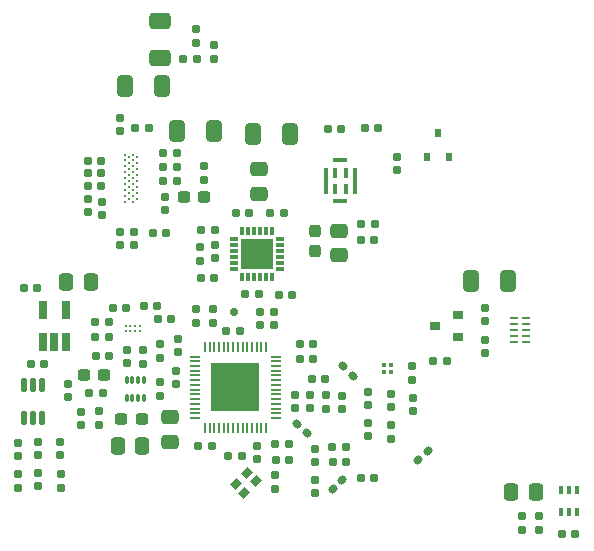
<source format=gtp>
G04 #@! TF.GenerationSoftware,KiCad,Pcbnew,7.0.1*
G04 #@! TF.CreationDate,2023-10-11T20:36:53-05:00*
G04 #@! TF.ProjectId,Main_Board,4d61696e-5f42-46f6-9172-642e6b696361,1*
G04 #@! TF.SameCoordinates,Original*
G04 #@! TF.FileFunction,Paste,Top*
G04 #@! TF.FilePolarity,Positive*
%FSLAX46Y46*%
G04 Gerber Fmt 4.6, Leading zero omitted, Abs format (unit mm)*
G04 Created by KiCad (PCBNEW 7.0.1) date 2023-10-11 20:36:53*
%MOMM*%
%LPD*%
G01*
G04 APERTURE LIST*
G04 Aperture macros list*
%AMRoundRect*
0 Rectangle with rounded corners*
0 $1 Rounding radius*
0 $2 $3 $4 $5 $6 $7 $8 $9 X,Y pos of 4 corners*
0 Add a 4 corners polygon primitive as box body*
4,1,4,$2,$3,$4,$5,$6,$7,$8,$9,$2,$3,0*
0 Add four circle primitives for the rounded corners*
1,1,$1+$1,$2,$3*
1,1,$1+$1,$4,$5*
1,1,$1+$1,$6,$7*
1,1,$1+$1,$8,$9*
0 Add four rect primitives between the rounded corners*
20,1,$1+$1,$2,$3,$4,$5,0*
20,1,$1+$1,$4,$5,$6,$7,0*
20,1,$1+$1,$6,$7,$8,$9,0*
20,1,$1+$1,$8,$9,$2,$3,0*%
%AMRotRect*
0 Rectangle, with rotation*
0 The origin of the aperture is its center*
0 $1 length*
0 $2 width*
0 $3 Rotation angle, in degrees counterclockwise*
0 Add horizontal line*
21,1,$1,$2,0,0,$3*%
G04 Aperture macros list end*
%ADD10RoundRect,0.155000X0.212500X0.155000X-0.212500X0.155000X-0.212500X-0.155000X0.212500X-0.155000X0*%
%ADD11RoundRect,0.155000X-0.155000X0.212500X-0.155000X-0.212500X0.155000X-0.212500X0.155000X0.212500X0*%
%ADD12RoundRect,0.155000X0.259862X-0.040659X-0.040659X0.259862X-0.259862X0.040659X0.040659X-0.259862X0*%
%ADD13RoundRect,0.155000X-0.212500X-0.155000X0.212500X-0.155000X0.212500X0.155000X-0.212500X0.155000X0*%
%ADD14RoundRect,0.155000X0.155000X-0.212500X0.155000X0.212500X-0.155000X0.212500X-0.155000X-0.212500X0*%
%ADD15RoundRect,0.237500X0.237500X-0.300000X0.237500X0.300000X-0.237500X0.300000X-0.237500X-0.300000X0*%
%ADD16RoundRect,0.112500X0.112500X-0.487500X0.112500X0.487500X-0.112500X0.487500X-0.112500X-0.487500X0*%
%ADD17RoundRect,0.250000X-0.412500X-0.650000X0.412500X-0.650000X0.412500X0.650000X-0.412500X0.650000X0*%
%ADD18C,0.270000*%
%ADD19RoundRect,0.237500X-0.300000X-0.237500X0.300000X-0.237500X0.300000X0.237500X-0.300000X0.237500X0*%
%ADD20RoundRect,0.250000X0.650000X-0.412500X0.650000X0.412500X-0.650000X0.412500X-0.650000X-0.412500X0*%
%ADD21R,0.300000X0.650000*%
%ADD22RoundRect,0.250000X0.475000X-0.337500X0.475000X0.337500X-0.475000X0.337500X-0.475000X-0.337500X0*%
%ADD23RotRect,0.750000X0.700000X225.000000*%
%ADD24RoundRect,0.250000X0.337500X0.475000X-0.337500X0.475000X-0.337500X-0.475000X0.337500X-0.475000X0*%
%ADD25R,0.400000X0.400000*%
%ADD26R,0.650000X1.560000*%
%ADD27RoundRect,0.150000X-0.150000X-0.150000X0.150000X-0.150000X0.150000X0.150000X-0.150000X0.150000X0*%
%ADD28RoundRect,0.250000X-0.475000X0.337500X-0.475000X-0.337500X0.475000X-0.337500X0.475000X0.337500X0*%
%ADD29RoundRect,0.237500X0.300000X0.237500X-0.300000X0.237500X-0.300000X-0.237500X0.300000X-0.237500X0*%
%ADD30R,0.725000X0.250000*%
%ADD31R,0.775000X0.250000*%
%ADD32RoundRect,0.250000X0.412500X0.650000X-0.412500X0.650000X-0.412500X-0.650000X0.412500X-0.650000X0*%
%ADD33C,0.230000*%
%ADD34RoundRect,0.155000X0.040659X0.259862X-0.259862X-0.040659X-0.040659X-0.259862X0.259862X0.040659X0*%
%ADD35RoundRect,0.050000X0.100000X-0.285000X0.100000X0.285000X-0.100000X0.285000X-0.100000X-0.285000X0*%
%ADD36R,0.800000X0.300000*%
%ADD37R,0.300000X0.800000*%
%ADD38R,2.750000X2.650000*%
%ADD39R,0.900000X0.800000*%
%ADD40R,0.850000X0.200000*%
%ADD41R,0.200000X0.850000*%
%ADD42R,4.050000X4.050000*%
%ADD43RoundRect,0.250000X-0.337500X-0.475000X0.337500X-0.475000X0.337500X0.475000X-0.337500X0.475000X0*%
%ADD44R,0.400000X0.950000*%
%ADD45R,0.350000X2.300000*%
%ADD46R,1.300000X0.350000*%
%ADD47R,0.600000X0.700000*%
G04 APERTURE END LIST*
D10*
X199881822Y-33423787D03*
X198746822Y-33423787D03*
D11*
X202236822Y-33363787D03*
X202236822Y-34498787D03*
D12*
X210882422Y-55967787D03*
X210079856Y-55165221D03*
D10*
X208941822Y-37313787D03*
X207806822Y-37313787D03*
X199434322Y-46315787D03*
X198299322Y-46315787D03*
D13*
X198756822Y-32243787D03*
X199891822Y-32243787D03*
D14*
X198516822Y-49551287D03*
X198516822Y-48416287D03*
D10*
X214221822Y-58413787D03*
X213086822Y-58413787D03*
D15*
X211587822Y-40529387D03*
X211587822Y-38804387D03*
D14*
X190046822Y-57793787D03*
X190046822Y-56658787D03*
D10*
X211424922Y-48369987D03*
X210289922Y-48369987D03*
X199881822Y-34563787D03*
X198746822Y-34563787D03*
D16*
X186926822Y-54683787D03*
X187726822Y-54683787D03*
X188526822Y-54683787D03*
X188526822Y-51883787D03*
X187726822Y-51883787D03*
X186926822Y-51883787D03*
D13*
X192381822Y-32933787D03*
X193516822Y-32933787D03*
D17*
X199896822Y-30373787D03*
X203021822Y-30373787D03*
D14*
X201546822Y-22893787D03*
X201546822Y-21758787D03*
D18*
X195536822Y-36353787D03*
X195536822Y-35853787D03*
X195536822Y-35353787D03*
X195536822Y-34853787D03*
X195536822Y-34353787D03*
X195536822Y-33853787D03*
X195536822Y-33353787D03*
X195536822Y-32853787D03*
X195536822Y-32353787D03*
X195876822Y-36103787D03*
X195876822Y-35603787D03*
X195876822Y-35103787D03*
X195876822Y-34603787D03*
X195876822Y-34103787D03*
X195876822Y-33603787D03*
X195876822Y-33103787D03*
X195876822Y-32603787D03*
X196216822Y-36353787D03*
X196216822Y-35853787D03*
X196216822Y-35353787D03*
X196216822Y-34853787D03*
X196216822Y-34353787D03*
X196216822Y-33853787D03*
X196216822Y-33353787D03*
X196216822Y-32853787D03*
X196216822Y-32353787D03*
X196556822Y-36103787D03*
X196556822Y-35603787D03*
X196556822Y-35103787D03*
X196556822Y-34603787D03*
X196556822Y-34103787D03*
X196556822Y-33603787D03*
X196556822Y-33103787D03*
X196556822Y-32603787D03*
D13*
X192386822Y-33953787D03*
X193521822Y-33953787D03*
D14*
X186436822Y-60573787D03*
X186436822Y-59438787D03*
D13*
X196391822Y-30093787D03*
X197526822Y-30093787D03*
D14*
X206946822Y-46821287D03*
X206946822Y-45686287D03*
D13*
X200434322Y-24248787D03*
X201569322Y-24248787D03*
D19*
X192031822Y-51041287D03*
X193756822Y-51041287D03*
D13*
X208536822Y-44243787D03*
X209671822Y-44243787D03*
D14*
X208086822Y-46821287D03*
X208086822Y-45686287D03*
D20*
X198476822Y-24176287D03*
X198476822Y-21051287D03*
D14*
X190056822Y-60553787D03*
X190056822Y-59418787D03*
D21*
X232456822Y-62581287D03*
X233106822Y-62581287D03*
X233756822Y-62581287D03*
X233756822Y-60781287D03*
X233106822Y-60781287D03*
X232456822Y-60781287D03*
D13*
X194474022Y-45350587D03*
X195609022Y-45350587D03*
D14*
X188156822Y-57798787D03*
X188156822Y-56663787D03*
D22*
X199296822Y-56658787D03*
X199296822Y-54583787D03*
D14*
X203076822Y-24253787D03*
X203076822Y-23118787D03*
D11*
X191816822Y-54126287D03*
X191816822Y-55261287D03*
X211216822Y-52698787D03*
X211216822Y-53833787D03*
D10*
X212451822Y-51333787D03*
X211316822Y-51333787D03*
D13*
X192481822Y-52571287D03*
X193616822Y-52571287D03*
D23*
X206565870Y-60023977D03*
X205858764Y-59316871D03*
X205611276Y-60978571D03*
X204904170Y-60271465D03*
D24*
X196964322Y-57011287D03*
X194889322Y-57011287D03*
D11*
X198496822Y-51643787D03*
X198496822Y-52778787D03*
X202931822Y-45471287D03*
X202931822Y-46606287D03*
D25*
X217424422Y-50749187D03*
X218024422Y-50749187D03*
X218024422Y-50149187D03*
X217424422Y-50149187D03*
D14*
X195046822Y-40021287D03*
X195046822Y-38886287D03*
D26*
X188583622Y-48201787D03*
X189533622Y-48201787D03*
X190483622Y-48201787D03*
X190483622Y-45501787D03*
X188583622Y-45501787D03*
D14*
X186436822Y-57903787D03*
X186436822Y-56768787D03*
D27*
X204761022Y-45706187D03*
D10*
X216974322Y-30143787D03*
X215839322Y-30143787D03*
D14*
X225995422Y-46468187D03*
X225995422Y-45333187D03*
D28*
X206866622Y-33617887D03*
X206866622Y-35692887D03*
D14*
X193526822Y-37471287D03*
X193526822Y-36336287D03*
X199806822Y-51813787D03*
X199806822Y-50678787D03*
X219894422Y-54088787D03*
X219894422Y-52953787D03*
D29*
X196931822Y-54781287D03*
X195206822Y-54781287D03*
D10*
X222736222Y-49871787D03*
X221601222Y-49871787D03*
D13*
X197869322Y-38973787D03*
X199004322Y-38973787D03*
D14*
X230556822Y-64136287D03*
X230556822Y-63001287D03*
D30*
X229449822Y-48222187D03*
X229449822Y-47722187D03*
X229449822Y-47222187D03*
X229449822Y-46722187D03*
X229449822Y-46222187D03*
D31*
X228449822Y-46222187D03*
X228449822Y-46722187D03*
X228449822Y-47222187D03*
X228449822Y-47722187D03*
X228449822Y-48222187D03*
D11*
X197026822Y-48921287D03*
X197026822Y-50056287D03*
D14*
X196276822Y-40038787D03*
X196276822Y-38903787D03*
D10*
X206846822Y-44203787D03*
X205711822Y-44203787D03*
D13*
X204269322Y-57853787D03*
X205404322Y-57853787D03*
D14*
X212566822Y-53868787D03*
X212566822Y-52733787D03*
D32*
X227966823Y-43103787D03*
X224841823Y-43103787D03*
D13*
X187553922Y-50097187D03*
X188688922Y-50097187D03*
X204891822Y-37313787D03*
X206026822Y-37313787D03*
X204099322Y-47263787D03*
X205234322Y-47263787D03*
D12*
X214794022Y-51090987D03*
X213991456Y-50288421D03*
D10*
X194186822Y-49381287D03*
X193051822Y-49381287D03*
D14*
X198866822Y-37081287D03*
X198866822Y-35946287D03*
X211556822Y-58411287D03*
X211556822Y-57276287D03*
X208206822Y-60648787D03*
X208206822Y-59513787D03*
D10*
X209411822Y-58183787D03*
X208276822Y-58183787D03*
D33*
X195566822Y-47281287D03*
X195566822Y-46881287D03*
X195966822Y-47281287D03*
X195966822Y-46881287D03*
X196366822Y-47281287D03*
X196366822Y-46881287D03*
X196766822Y-47281287D03*
X196766822Y-46881287D03*
D10*
X216622822Y-39559387D03*
X215487822Y-39559387D03*
D13*
X201916222Y-42773187D03*
X203051222Y-42773187D03*
D14*
X188146822Y-60458787D03*
X188146822Y-59323787D03*
D11*
X218004422Y-55278787D03*
X218004422Y-56413787D03*
D10*
X214194322Y-57143787D03*
X213059322Y-57143787D03*
D22*
X213637822Y-40864387D03*
X213637822Y-38789387D03*
D34*
X213908105Y-59912504D03*
X213105539Y-60715070D03*
D14*
X218516822Y-33698787D03*
X218516822Y-32563787D03*
D13*
X186938222Y-43674187D03*
X188073222Y-43674187D03*
D10*
X233649522Y-64502187D03*
X232514522Y-64502187D03*
D34*
X221144022Y-57440987D03*
X220341456Y-58243553D03*
D14*
X211586822Y-61041287D03*
X211586822Y-59906287D03*
D35*
X195646822Y-52943787D03*
X196146822Y-52943787D03*
X196646822Y-52943787D03*
X197146822Y-52943787D03*
X197146822Y-51463787D03*
X196646822Y-51463787D03*
X196146822Y-51463787D03*
X195646822Y-51463787D03*
D14*
X226005422Y-49183187D03*
X226005422Y-48048187D03*
X190676722Y-52887087D03*
X190676722Y-51752087D03*
D10*
X198233222Y-45198187D03*
X197098222Y-45198187D03*
D14*
X213876822Y-53898787D03*
X213876822Y-52763787D03*
D36*
X208616822Y-42013787D03*
X208616822Y-41513787D03*
X208616822Y-41013787D03*
X208616822Y-40513787D03*
X208616822Y-40013787D03*
X208616822Y-39513787D03*
D37*
X207916822Y-38813787D03*
X207416822Y-38813787D03*
X206916822Y-38813787D03*
X206416822Y-38813787D03*
X205916822Y-38813787D03*
X205416822Y-38813787D03*
D36*
X204716822Y-39513787D03*
X204716822Y-40013787D03*
X204716822Y-40513787D03*
X204716822Y-41013787D03*
X204716822Y-41513787D03*
X204716822Y-42013787D03*
D37*
X205416822Y-42713787D03*
X205916822Y-42713787D03*
X206416822Y-42713787D03*
X206916822Y-42713787D03*
X207416822Y-42713787D03*
X207916822Y-42713787D03*
D38*
X206666822Y-40763787D03*
D39*
X223718822Y-47824587D03*
X221718822Y-46874587D03*
X223718822Y-45924587D03*
D14*
X203166822Y-41133787D03*
X203166822Y-39998787D03*
D11*
X199976822Y-47976287D03*
X199976822Y-49111287D03*
D10*
X194126822Y-47773787D03*
X192991822Y-47773787D03*
D13*
X201721822Y-57033787D03*
X202856822Y-57033787D03*
D11*
X193326822Y-54101287D03*
X193326822Y-55236287D03*
X216121822Y-55078787D03*
X216121822Y-56213787D03*
X195046822Y-29238787D03*
X195046822Y-30373787D03*
D40*
X208316822Y-54663787D03*
X208316822Y-54263787D03*
X208316822Y-53863787D03*
X208316822Y-53463787D03*
X208316822Y-53063787D03*
X208316822Y-52663787D03*
X208316822Y-52263787D03*
X208316822Y-51863787D03*
X208316822Y-51463787D03*
X208316822Y-51063787D03*
X208316822Y-50663787D03*
X208316822Y-50263787D03*
X208316822Y-49863787D03*
X208316822Y-49463787D03*
D41*
X207466822Y-48613787D03*
X207066822Y-48613787D03*
X206666822Y-48613787D03*
X206266822Y-48613787D03*
X205866822Y-48613787D03*
X205466822Y-48613787D03*
X205066822Y-48613787D03*
X204666822Y-48613787D03*
X204266822Y-48613787D03*
X203866822Y-48613787D03*
X203466822Y-48613787D03*
X203066822Y-48613787D03*
X202666822Y-48613787D03*
X202266822Y-48613787D03*
D40*
X201416822Y-49463787D03*
X201416822Y-49863787D03*
X201416822Y-50263787D03*
X201416822Y-50663787D03*
X201416822Y-51063787D03*
X201416822Y-51463787D03*
X201416822Y-51863787D03*
X201416822Y-52263787D03*
X201416822Y-52663787D03*
X201416822Y-53063787D03*
X201416822Y-53463787D03*
X201416822Y-53863787D03*
X201416822Y-54263787D03*
X201416822Y-54663787D03*
D41*
X202266822Y-55513787D03*
X202666822Y-55513787D03*
X203066822Y-55513787D03*
X203466822Y-55513787D03*
X203866822Y-55513787D03*
X204266822Y-55513787D03*
X204666822Y-55513787D03*
X205066822Y-55513787D03*
X205466822Y-55513787D03*
X205866822Y-55513787D03*
X206266822Y-55513787D03*
X206666822Y-55513787D03*
X207066822Y-55513787D03*
X207466822Y-55513787D03*
D42*
X204866822Y-52063787D03*
D17*
X195521822Y-26583787D03*
X198646822Y-26583787D03*
D32*
X209459322Y-30603787D03*
X206334322Y-30603787D03*
D11*
X201556822Y-45458787D03*
X201556822Y-46593787D03*
D43*
X190522322Y-43121787D03*
X192597322Y-43121787D03*
D14*
X217994422Y-53766687D03*
X217994422Y-52631687D03*
X192356822Y-37251287D03*
X192356822Y-36116287D03*
X219844422Y-51426687D03*
X219844422Y-50291687D03*
D13*
X201971822Y-38763787D03*
X203106822Y-38763787D03*
D14*
X201826822Y-41338787D03*
X201826822Y-40203787D03*
D10*
X209384322Y-56853787D03*
X208249322Y-56853787D03*
D19*
X200516822Y-35943787D03*
X202241822Y-35943787D03*
D13*
X212671822Y-30173787D03*
X213806822Y-30173787D03*
D11*
X209916822Y-52706287D03*
X209916822Y-53841287D03*
D43*
X228196822Y-60896287D03*
X230271822Y-60896287D03*
D44*
X214197822Y-35239387D03*
X214197822Y-33889387D03*
X213297822Y-33889387D03*
X213297822Y-35239387D03*
D45*
X214972822Y-34564387D03*
D46*
X213747822Y-36289387D03*
X213747822Y-32839387D03*
D45*
X212522822Y-34564387D03*
D10*
X216621822Y-59753787D03*
X215486822Y-59753787D03*
D13*
X192992122Y-46518987D03*
X194127122Y-46518987D03*
X192359322Y-34993787D03*
X193494322Y-34993787D03*
D11*
X206666822Y-57008787D03*
X206666822Y-58143787D03*
D14*
X216124422Y-53584187D03*
X216124422Y-52449187D03*
D10*
X216637822Y-38279387D03*
X215502822Y-38279387D03*
D11*
X195706822Y-48886287D03*
X195706822Y-50021287D03*
D14*
X229106822Y-64136287D03*
X229106822Y-63001287D03*
D47*
X221996822Y-30543787D03*
X221046822Y-32543787D03*
X222946822Y-32543787D03*
D10*
X211433222Y-49643187D03*
X210298222Y-49643187D03*
M02*

</source>
